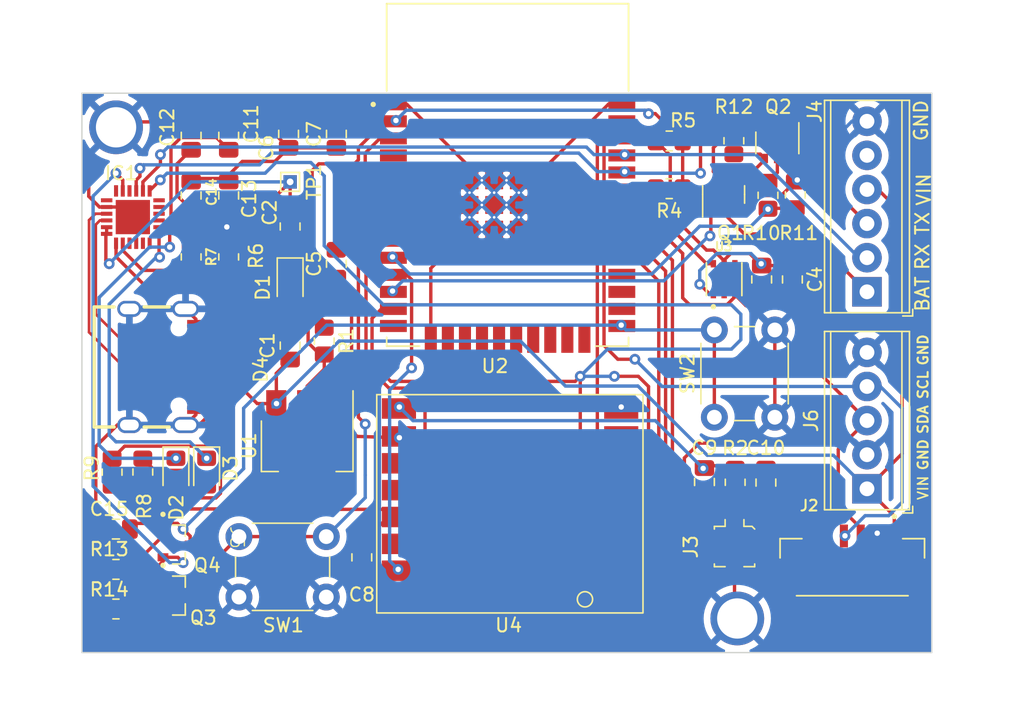
<source format=kicad_pcb>
(kicad_pcb (version 20221018) (generator pcbnew)
  (layers (0 "F.Cu" signal) (31 "B.Cu" signal) (34 "B.Paste" user) (35 "F.Paste" user) (36 "B.SilkS" user "B.Silkscreen") (37 "F.SilkS" user "F.Silkscreen") (38 "B.Mask" user) (39 "F.Mask" user) (44 "Edge.Cuts" user))
  (net 0 "")
  (net 1 "VIN")
  (net 2 "GND")
  (net 3 "+3V3")
  (net 4 "EN")
  (net 5 "Net-(J3-In)")
  (net 6 "RX")
  (net 7 "TX")
  (net 8 "SDA")
  (net 9 "SCL")
  (net 10 "Net-(D1-A)")
  (net 11 "unconnected-(J2-SHIELD-PadS1)")
  (net 12 "ANT")
  (net 13 "RST")
  (net 19 "DIO0")
  (net 20 "BAT")
  (net 21 "DIO1")
  (net 22 "READ_BAT")
  (net 23 "BOOT")
  (net 27 "CS")
  (net 28 "SCK")
  (net 29 "MISO")
  (net 31 "MOSI")
  (net 48 "Net-(Q1-D)")
  (net 50 "VBUS")
  (net 51 "TXLED")
  (net 52 "Net-(D2-A)")
  (net 53 "RXLED")
  (net 54 "Net-(D3-A)")
  (net 56 "D+")
  (net 57 "D-")
  (net 58 "Net-(IC1-VBUS)")
  (net 67 "DTR")
  (net 69 "Net-(Q3-Pad1)")
  (net 74 "Net-(Q2-D-Pad1)")
  (net 75 "VBAT")
  (net 76 "Net-(Q4-Pad1)")
  (footprint "Resistor_SMD:R_0805_2012Metric_Pad1.20x1.40mm_HandSolder" (layer "F.Cu") (at 178.054 73.612 90)
    (fp_text reference "R11")
    (fp_text value "100k" hide)
  )
  (footprint "Resistor_SMD:R_0805_2012Metric_Pad1.20x1.40mm_HandSolder" (layer "F.Cu") (at 168.672 69.596 180)
    (fp_text reference "R5")
    (fp_text value "4k7" hide)
  )
  (footprint "Package_SO:TSOP-6_1.65x3.05mm_P0.95mm" (layer "F.Cu") (at 176.718 69.74 -90)
    (fp_text reference "Q2")
    (fp_text value "PMN48XP" hide)
  )
  (footprint "ESP32-aqs:QFN50P400X400X80-25N" (layer "F.Cu") (at 128.758 75.266)
    (fp_text reference "IC1")
    (fp_text value "CP2102N-A02-GQFN24" hide)
  )
  (footprint "ESP32-aqs:XDCR_SGP41-D-R4" (layer "F.Cu") (at 172.758 79.89 90)
    (fp_text reference "U3")
    (fp_text value "SGP41-D-R4" hide)
  )
  (footprint "Capacitor_SMD:C_0805_2012Metric_Pad1.18x1.45mm_HandSolder" (layer "F.Cu") (at 145.796 100.6055 -90)
    (fp_text reference "C8")
    (fp_text value "100nF" hide)
  )
  (footprint "Resistor_SMD:R_0805_2012Metric_Pad1.20x1.40mm_HandSolder" (layer "F.Cu") (at 176.022 73.644 -90)
    (fp_text reference "R10")
    (fp_text value "100k" hide)
  )
  (footprint "LED_SMD:LED_0805_2012Metric_Pad1.15x1.40mm_HandSolder" (layer "F.Cu") (at 140.462 80.171 -90)
    (fp_text reference "D1")
    (fp_text value "LED" hide)
  )
  (footprint "Connector_Coaxial:U.FL_Molex_MCRF_73412-0110_Vertical" (layer "F.Cu") (at 173.531 99.797 180)
    (fp_text reference "J3")
    (fp_text value "ufl connector" hide)
  )
  (footprint "Capacitor_SMD:C_0805_2012Metric_Pad1.18x1.45mm_HandSolder" (layer "F.Cu") (at 143.9035 78.74 -90)
    (fp_text reference "C5")
    (fp_text value "0.1µF" hide)
  )
  (footprint "Capacitor_SMD:C_0805_2012Metric_Pad1.18x1.45mm_HandSolder" (layer "F.Cu") (at 177.838 79.9115 -90)
    (fp_text reference "C4")
    (fp_text value "1µF" hide)
  )
  (footprint "Button_Switch_THT:SW_PUSH_6mm" (layer "F.Cu") (at 143.152 103.56 180)
    (fp_text reference "SW1")
    (fp_text value "TC-1102-B-C-B" hide)
  )
  (footprint "Resistor_SMD:R_0805_2012Metric_Pad1.20x1.40mm_HandSolder" (layer "F.Cu") (at 129.5 94.25 90)
    (fp_text reference "R8")
    (fp_text value "1k" hide)
  )
  (footprint "ESP32-aqs:MODULE_ESP32-WROOM-32" (layer "F.Cu") (at 156.645 72.125)
    (fp_text reference "U2")
    (fp_text value "ESP32-WROOM-32" hide)
  )
  (footprint "Capacitor_SMD:C_0805_2012Metric_Pad1.18x1.45mm_HandSolder" (layer "F.Cu") (at 171.294 94.9925 90)
    (fp_text reference "C9")
    (fp_text value "1µF" hide)
  )
  (footprint "Capacitor_SMD:C_0805_2012Metric_Pad1.18x1.45mm_HandSolder" (layer "F.Cu") (at 143.9035 69.0665 -90)
    (fp_text reference "C7")
    (fp_text value "0.1µF" hide)
  )
  (footprint "ESP32-aqs:SX1276S8S+T-X1" (layer "F.Cu") (at 156.56 95.6)
    (fp_text reference "U4")
    (fp_text value "SX1276S8S+T-X1" hide)
  )
  (footprint "TestPoint:TestPoint_THTPad_1.0x1.0mm_Drill0.5mm" (layer "F.Cu") (at 140.462 72.644)
    (fp_text reference "TP1")
    (fp_text value "VDD" hide)
  )
  (footprint "MountingHole:MountingHole_2.2mm_M2_ISO7380_Pad" (layer "F.Cu") (at 173.736 105.156)
    (fp_text reference "H2" hide)
    (fp_text value "MountingHole_Pad" hide)
  )
  (footprint "Resistor_SMD:R_0805_2012Metric_Pad1.20x1.40mm_HandSolder" (layer "F.Cu") (at 127.214 94.259 90)
    (fp_text reference "R9")
    (fp_text value "1k" hide)
  )
  (footprint "ESP32-aqs:JST_BM06B-GHS-TBT_LF__SN__N_" (layer "F.Cu") (at 182.295 102.362)
    (fp_text reference "J2")
    (fp_text value "JST connector SEN55" hide)
  )
  (footprint "Capacitor_SMD:C_0805_2012Metric_Pad1.18x1.45mm_HandSolder" (layer "F.Cu") (at 127.5 98.5 180)
    (fp_text reference "C15")
    (fp_text value "0.1µF")
  )
  (footprint "TerminalBlock_Phoenix:TerminalBlock_Phoenix_MPT-0,5-5-2.54_1x05_P2.54mm_Horizontal" (layer "F.Cu") (at 183.388 95.5 90)
    (fp_text reference "J6")
    (fp_text value "test point / jst connector" hide)
  )
  (footprint "Capacitor_SMD:C_0805_2012Metric_Pad1.18x1.45mm_HandSolder" (layer "F.Cu") (at 175.552 79.9115 -90)
    (fp_text reference "C3" hide)
    (fp_text value "1µF" hide)
  )
  (footprint "Resistor_SMD:R_0805_2012Metric_Pad1.20x1.40mm_HandSolder" (layer "F.Cu") (at 173.58 95.014 -90)
    (fp_text reference "R2")
    (fp_text value "4k7" hide)
  )
  (footprint "ESP32-aqs:SOD-123FL" (layer "F.Cu") (at 136.5 86 -90)
    (fp_text reference "D4")
    (fp_text value "D_Schottky")
  )
  (footprint "TerminalBlock_Phoenix:TerminalBlock_Phoenix_MPT-0,5-6-2.54_1x06_P2.54mm_Horizontal" (layer "F.Cu") (at 183.388 80.83 90)
    (fp_text reference "J4")
    (fp_text value "UART Connector" hide)
  )
  (footprint "Capacitor_SMD:C_0805_2012Metric_Pad1.18x1.45mm_HandSolder" (layer "F.Cu") (at 133.096 73.66 90)
    (fp_text reference "C14")
    (fp_text value "0.1µF" hide)
  )
  (footprint "Capacitor_SMD:C_0805_2012Metric_Pad1.18x1.45mm_HandSolder" (layer "F.Cu") (at 140.462 84.836 90)
    (fp_text reference "C1")
    (fp_text value "100nF" hide)
  )
  (footprint "Resistor_SMD:R_0805_2012Metric_Pad1.20x1.40mm_HandSolder" (layer "F.Cu") (at 135.89 78.232 90)
    (fp_text reference "R7")
    (fp_text value "47k" hide)
  )
  (footprint "Capacitor_SMD:C_0805_2012Metric_Pad1.18x1.45mm_HandSolder" (layer "F.Cu") (at 140.3475 69.0665 -90)
    (fp_text reference "C6")
    (fp_text value "10µF" hide)
  )
  (footprint "Capacitor_SMD:C_0805_2012Metric_Pad1.18x1.45mm_HandSolder" (layer "F.Cu") (at 175.866 95.0355 90)
    (fp_text reference "C10")
    (fp_text value "1µF" hide)
  )
  (footprint "ESP32-aqs:USB-TYPE-C-018" (layer "F.Cu") (at 130.974 86.425 -90)
    (fp_text reference "J5")
    (fp_text value "~")
  )
  (footprint "Resistor_SMD:R_0805_2012Metric_Pad1.20x1.40mm_HandSolder" (layer "F.Cu") (at 127.5 104.45)
    (fp_text reference "R14")
    (fp_text value "10k")
  )
  (footprint "Capacitor_SMD:C_0805_2012Metric_Pad1.18x1.45mm_HandSolder" (layer "F.Cu") (at 140.462 75.9675 -90)
    (fp_text reference "C2")
    (fp_text value "10µF" hide)
  )
  (footprint "ESP32-aqs:TRANS_SS8050-G" (layer "F.Cu") (at 132.01 99.65)
    (fp_text reference "Q4")
    (fp_text value "SS8050-G")
  )
  (footprint "ESP32-aqs:TRANS_SS8050-G" (layer "F.Cu") (at 132.01 103.45)
    (fp_text reference "Q3")
    (fp_text value "SS8050-G")
  )
  (footprint "Resistor_SMD:R_0805_2012Metric_Pad1.20x1.40mm_HandSolder" (layer "F.Cu") (at 127.5 101.5)
    (fp_text reference "R13")
    (fp_text value "10k")
  )
  (footprint "Package_TO_SOT_SMD:SOT-23" (layer "F.Cu") (at 172.72 73.5815 90)
    (fp_text reference "Q1")
    (fp_text value "IRLML0030" hide)
  )
  (footprint "Capacitor_SMD:C_0805_2012Metric_Pad1.18x1.45mm_HandSolder" (layer "F.Cu") (at 133.096 69.215 90)
    (fp_text reference "C12")
    (fp_text value "0.1µF" hide)
  )
  (footprint "LED_SMD:LED_0805_2012Metric_Pad1.15x1.40mm_HandSolder" (layer "F.Cu") (at 131.964 94.25 -90)
    (fp_text reference "D2")
    (fp_text value "LED" hide)
  )
  (footprint "Capacitor_SMD:C_0805_2012Metric_Pad1.18x1.45mm_HandSolder" (layer "F.Cu") (at 135.89 73.66 90)
    (fp_text reference "C13")
    (fp_text value "10µF" hide)
  )
  (footprint "Resistor_SMD:R_0805_2012Metric_Pad1.20x1.40mm_HandSolder" (layer "F.Cu") (at 168.672 73.152 180)
    (fp_text reference "R4")
    (fp_text value "4k7" hide)
  )
  (footprint "Resistor_SMD:R_0805_2012Metric_Pad1.20x1.40mm_HandSolder" (layer "F.Cu") (at 173.482 69.58 90)
    (fp_text reference "R12")
    (fp_text value "1M" hide)
  )
  (footprint "MountingHole:MountingHole_2.2mm_M2_ISO7380_Pad" (layer "F.Cu") (at 127.508 68.58)
    (fp_text reference "H1" hide)
    (fp_text value "MountingHole_Pad" hide)
  )
  (footprint "Resistor_SMD:R_0805_2012Metric_Pad1.20x1.40mm_HandSolder" (layer "F.Cu") (at 133.096 78.232 -90)
    (fp_text reference "R6")
    (fp_text value "20k" hide)
  )
  (footprint "Package_TO_SOT_SMD:SOT-223-3_TabPin2" (layer "F.Cu") (at 141.732 92.304 -90)
    (fp_text reference "U1")
    (fp_text value "LD1117S33TR_SOT223" hide)
  )
  (footprint "Resistor_SMD:R_0805_2012Metric_Pad1.20x1.40mm_HandSolder" (layer "F.Cu") (at 143 84.5 -90)
    (fp_text reference "R1")
    (fp_text value "1k")
  )
  (footprint "LED_SMD:LED_0805_2012Metric_Pad1.15x1.40mm_HandSolder" (layer "F.Cu") (at 134.25 94.25 -90)
    (fp_text reference "D3")
    (fp_text value "LED" hide)
  )
  (footprint "Capacitor_SMD:C_0805_2012Metric_Pad1.18x1.45mm_HandSolder" (layer "F.Cu") (at 135.89 69.215 90)
    (fp_text reference "C11")
    (fp_text value "0.1µF" hide)
  )
  (footprint "Button_Switch_THT:SW_PUSH_6mm" (layer "F.Cu") (at 172.03 90.17 90)
    (fp_text reference "SW2")
    (fp_text value "TC-1102-B-C-B" hide)
  )
  (gr_rect (start 124.968 66.04) (end 188.214 107.696) (stroke (width 0.1)) (fill none) (layer "Edge.Cuts"))
  (gr_text "GND" (at 188 86.4 90) (layer "F.SilkS") (effects (font (size 0.75 0.75)) (justify left bottom)))
  (gr_text "RX" (at 188.1 79.3 90) (layer "F.SilkS") (effects (font (size 1 1)) (justify left bottom)))
  (gr_text "SDA" (at 188 91.5 90) (layer "F.SilkS") (effects (font (size 0.75 0.75)) (justify left bottom)))
  (gr_text "GND" (at 188 69.7 90) (layer "F.SilkS") (effects (font (size 1 1)) (justify left bottom)))
  (gr_text "SCL" (at 188 88.9 90) (layer "F.SilkS") (effects (font (size 0.75 0.75)) (justify left bottom)))
  (gr_text "GND" (at 188 94.2 90) (layer "F.SilkS") (effects (font (size 0.75 0.75)) (justify left bottom)))
  (gr_text "TX" (at 188.1 76.7 90) (layer "F.SilkS") (effects (font (size 1 1)) (justify left bottom)))
  (gr_text "VIN" (at 188 96.4 90) (layer "F.SilkS") (effects (font (size 0.75 0.75) (thickness 0.125)) (justify left bottom)))
  (gr_text "BAT" (at 188.1 82.4 90) (layer "F.SilkS") (effects (font (size 1 1)) (justify left bottom)))
  (gr_text "VIN\n" (at 188.2 74.5 90) (layer "F.SilkS") (effects (font (size 1 1)) (justify left bottom)))
  (segment (start 184.21 73.21) (end 183.388 73.21) (width 0.25) (layer "F.Cu") (net 1))
  (segment (start 183.388 95.5) (end 185.42 97.532) (width 0.25) (layer "F.Cu") (net 1))
  (segment (start 186 75) (end 184.21 73.21) (width 0.25) (layer "F.Cu") (net 1))
  (segment (start 136.5 87.6383) (end 138.0157 89.154) (width 0.25) (layer "F.Cu") (net 1))
  (segment (start 139.432 86.9035) (end 140.462 85.8735) (width 0.25) (layer "F.Cu") (net 1))
  (segment (start 183.388 95.5) (end 186 92.888) (width 0.25) (layer "F.Cu") (net 1))
  (segment (start 186 92.888) (end 186 75) (width 0.25) (layer "F.Cu") (net 1))
  (segment (start 139.432 89.154) (end 139.446 89.154) (width 0.25) (layer "F.Cu") (net 1))
  (segment (start 139.446 89.154) (end 139.432 86.9035) (width 0.25) (layer "F.Cu") (net 1))
  (segment (start 138.0157 89.154) (end 139.432 89.154) (width 0.25) (layer "F.Cu") (net 1))
  (segment (start 185.42 97.532) (end 185.42 99.012) (width 0.25) (layer "F.Cu") (net 1))
  (via (at 139.446 89.154) (size 0.8) (drill 0.4) (layers "F.Cu" "B.Cu") (net 1))
  (segment (start 166.347 87.847) (end 160.947 87.847) (width 0.25) (layer "B.Cu") (net 1))
  (segment (start 160.947 87.847) (end 157.6 84.5) (width 0.25) (layer "B.Cu") (net 1))
  (segment (start 157.6 84.5) (end 144.1 84.5) (width 0.25) (layer "B.Cu") (net 1))
  (segment (start 171.5 93) (end 166.347 87.847) (width 0.25) (layer "B.Cu") (net 1))
  (segment (start 183.388 95.5) (end 180.888 93) (width 0.25) (layer "B.Cu") (net 1))
  (segment (start 180.888 93) (end 171.5 93) (width 0.25) (layer "B.Cu") (net 1))
  (segment (start 139.192 89.408) (end 139.446 89.154) (width 0.25) (layer "B.Cu") (net 1))
  (segment (start 144.1 84.5) (end 139.446 89.154) (width 0.25) (layer "B.Cu") (net 1))
  (segment (start 175.006 99.797) (end 175.006 99.822) (width 0.25) (layer "F.Cu") (net 2))
  (segment (start 178.997 80.949) (end 183.388 85.34) (width 0.25) (layer "F.Cu") (net 2))
  (segment (start 172.056 99.797) (end 172.056 99.822) (width 0.25) (layer "F.Cu") (net 2))
  (segment (start 135.89 67.818) (end 137.16 66.548) (width 0.25) (layer "F.Cu") (net 2))
  (segment (start 128.008 74.516) (end 126.27338 74.516) (width 0.25) (layer "F.Cu") (net 2))
  (segment (start 137.24422 85.1439) (end 137.4346 84.95352) (width 0.25) (layer "F.Cu") (net 2))
  (segment (start 155.645 75.2825) (end 155.645 74.365) (width 0.25) (layer "F.Cu") (net 2))
  (segment (start 137.4346 84.9154) (end 138.5515 83.7985) (width 0.25) (layer "F.Cu") (net 2))
  (segment (start 143.9035 79.7775) (end 143.9035 80.4035) (width 0.25) (layer "F.Cu") (net 2))
  (segment (start 135.89 72.6225) (end 135.89 72.136) (width 0.25) (layer "F.Cu") (net 2))
  (segment (start 133.096 72.6225) (end 133.3285 72.39) (width 0.25) (layer "F.Cu") (net 2))
  (segment (start 136.906 71.12) (end 139.3315 71.12) (width 0.25) (layer "F.Cu") (net 2))
  (segment (start 173.558 78.74) (end 173.558 79.09) (width 0.25) (layer "F.Cu") (net 2))
  (segment (start 174.493 79.89) (end 175.552 80.949) (width 0.25) (layer "F.Cu") (net 2))
  (segment (start 176.53 90.17) (end 176.53 83.67) (width 0.25) (layer "F.Cu") (net 2))
  (segment (start 173.531 104.951) (end 173.736 105.156) (width 0.25) (layer "F.Cu") (net 2))
  (segment (start 175.006 96.933) (end 175.866 96.073) (width 0.25) (layer "F.Cu") (net 2))
  (segment (start 145.034 87.63) (end 144.032 88.632) (width 0.25) (layer "F.Cu") (net 2))
  (segment (start 133.448 82.868) (end 132.68 82.1) (width 0.25) (layer "F.Cu") (net 2))
  (segment (start 168.253 103.6) (end 172.056 99.797) (width 0.25) (layer "F.Cu") (net 2))
  (segment (start 174.529 73.66) (end 177.006 73.66) (width 0.25) (layer "F.Cu") (net 2))
  (segment (start 133.448 83.375) (end 133.448 82.868) (width 0.25) (layer "F.Cu") (net 2))
  (segment (start 173.558 79.09) (end 172.758 79.89) (width 0.25) (layer "F.Cu") (net 2))
  (segment (start 172.056 99.797) (end 172.056 96.792) (width 0.25) (layer "F.Cu") (net 2))
  (segment (start 157.48 75.2825) (end 157.48 76.2) (width 0.25) (layer "F.Cu") (net 2))
  (segment (start 147.828 66.548) (end 139.7 66.548) (width 0.25) (layer "F.Cu") (net 2))
  (segment (start 170.9 92.1) (end 174.6 92.1) (width 0.25) (layer "F.Cu") (net 2))
  (segment (start 148.59 91.694) (end 148.56 91.6) (width 0.25) (layer "F.Cu") (net 2))
  (segment (start 154.7275 74.365) (end 155.645 74.365) (width 0.25) (layer "F.Cu") (net 2))
  (segment (start 174.6 92.1) (end 176.53 90.17) (width 0.25) (layer "F.Cu") (net 2))
  (segment (start 175.006 99.797) (end 175.006 96.933) (width 0.25) (layer "F.Cu") (net 2))
  (segment (start 126.27338 74.516) (end 125.476 73.71862) (width 0.25) (layer "F.Cu") (net 2))
  (segment (start 165.1 103.6) (end 168.253 103.6) (width 0.25) (layer "F.Cu") (net 2))
  (segment (start 143.9035 79.7775) (end 141.0935 79.7775) (width 0.25) (layer "F.Cu") (net 2))
  (segment (start 156.5625 74.365) (end 155.645 74.365) (width 0.25) (layer "F.Cu") (net 2))
  (segment (start 154.7275 72.53) (end 155.645 72.53) (width 0.25) (layer "F.Cu") (net 2))
  (segment (start 143.152 103.56) (end 145.069 101.643) (width 0.25) (layer "F.Cu") (net 2))
  (segment (start 135.2 89.23) (end 135.2 87.15) (width 0.25) (layer "F.Cu") (net 2))
  (segment (start 139.3315 71.12) (end 140.3475 70.104) (width 0.25) (layer "F.Cu") (net 2))
  (segment (start 150.93 84.375) (end 150.93 79.08) (width 0.25) (layer "F.Cu") (net 2))
  (segment (start 164.145 66.865) (end 158.48 72.53) (width 0.25) (layer "F.Cu") (net 2))
  (segment (start 135.75 76) (end 135.75 76.25) (width 0.25) (layer "F.Cu") (net 2))
  (segment (start 153.81 75.2825) (end 153.81 74.365) (width 0.25) (layer "F.Cu") (net 2))
  (segment (start 137.2061 85.1439) (end 137.24422 85.1439) (width 0.25) (layer "F.Cu") (net 2))
  (segment (start 169.8 95.2) (end 169.8 93.2) (width 0.25) (layer "F.Cu") (net 2))
  (segment (start 156.5625 72.53) (end 157.48 72.53) (width 0.25) (layer "F.Cu") (net 2))
  (segment (start 180.42 99.012) (end 180.42 98.162) (width 0.25) (layer "F.Cu") (net 2))
  (segment (start 177.838 80.949) (end 178.997 80.949) (width 0.25) (layer "F.Cu") (net 2))
  (segment (start 153.81 73.4475) (end 153.81 72.53) (width 0.25) (layer "F.Cu") (net 2))
  (segment (start 128.5 90.75) (end 127.6 90.75) (width 0.25) (layer "F.Cu") (net 2))
  (segment (start 128.758 75.266) (end 128.008 74.516) (width 0.25) (layer "F.Cu") (net 2))
  (segment (start 127.9105 68.1775) (end 127.508 68.58) (width 0.25) (layer "F.Cu") (net 2))
  (segment (start 178.331 96.073) (end 175.866 96.073) (width 0.25) (layer "F.Cu") (net 2))
  (segment (start 127.6 90.75) (end 126 92.35) (width 0.25) (layer "F.Cu") (net 2))
  (segment (start 156.5625 76.2) (end 155.645 76.2) (width 0.25) (layer "F.Cu") (net 2))
  (segment (start 145.069 101.643) (end 145.796 101.643) (width 0.25) (layer "F.Cu") (net 2))
  (segment (start 143.9035 80.4035) (end 145.034 81.534) (width 0.25) (layer "F.Cu") (net 2))
  (segment (start 157.48 75.2825) (end 157.48 74.365) (width 0.25) (layer "F.Cu") (net 2))
  (segment (start 148.145 66.865) (end 149.145 66.865) (width 0.25) (layer "F.Cu") (net 2))
  (segment (start 165.145 66.865) (end 164.145 66.865) (width 0.25) (layer "F.Cu") (net 2))
  (segment (start 125.476 73.71862) (end 125.476 70.612) (width 0.25) (layer "F.Cu") (net 2))
  (segment (start 156.5625 76.2) (end 157.48 76.2) (width 0.25) (layer "F.Cu") (net 2))
  (segment (start 141.0935 79.7775) (end 140.462 79.146) (width 0.25) (layer "F.Cu") (net 2))
  (segment (start 144.032 88.632) (end 144.032 89.154) (width 0.25) (layer "F.Cu") (net 2))
  (segment (start 154.7275 76.2) (end 153.81 76.2) (width 0.25) (layer "F.Cu") (net 2))
  (segment (start 133.448 89.982) (end 132.68 90.75) (width 0.25) (layer "F.Cu") (net 2))
  (segment (start 140.462 77.005) (end 140.462 79.146) (width 0.25) (layer "F.Cu") (net 2))
  (segment (start 132.68 90.75) (end 133.68 90.75) (width 0.25) (layer "F.Cu") (net 2))
  (segment (start 172.056 99.822) (end 173.531 101.297) (width 0.25) (layer "F.Cu") (net 2))
  (segment (start 133.3285 72.39) (end 135.6575 72.39) (width 0.25) (layer "F.Cu") (net 2))
  (segment (start 172.758 81.04) (end 172.758 79.89) (width 0.25) (layer "F.Cu") (net 2))
  (segment (start 155.645 73.4475) (end 155.645 72.53) (width 0.25) (layer "F.Cu") (net 2))
  (segment (start 175.552 80.949) (end 177.838 80.949) (width 0.25) (layer "F.Cu") (net 2))
  (segment (start 135.2 87.15) (end 137.2061 85.1439) (width 0.25) (layer "F.Cu") (net 2))
  (segment (start 138.5515 83.7985) (end 140.462 83.7985) (width 0.25) (layer "F.Cu") (net 2))
  (segment (start 175.006 99.822) (end 173.531 101.297) (width 0.25) (layer "F.Cu") (net 2))
  (segment (start 145.034 81.534) (end 145.034 87.63) (width 0.25) (layer "F.Cu") (net 2))
  (segment (start 135.89 68.1775) (end 138.421 68.1775) (width 0.25) (layer "F.Cu") (net 2))
  (segment (start 137.16 66.548) (end 139.7 66.548) (width 0.25) (layer "F.Cu") (net 2))
  (segment (start 149.145 66.865) (end 153.81 71.53) (width 0.25) (layer "F.Cu") (net 2))
  (segment (start 137.4346 84.95352) (end 137.4346 84.9154) (width 0.25) (layer "F.Cu") (net 2))
  (segment (start 135.89 68.1775) (end 135.89 67.818) (width 0.25) (layer "F.Cu") (net 2))
  (segment (start 133.096 68.1775) (end 127.9105 68.1775) (width 0.25) (layer "F.Cu") (net 2))
  (segment (start 144.032 90.184) (end 145.448 91.6) (width 0.25) (layer "F.Cu") (net 2))
  (segment (start 135.6575 72.39) (end 135.89 72.6225) (width 0.25) (layer "F.Cu") (net 2))
  (segment (start 170.63 96.03) (end 169.8 95.2) (width 0.25) (layer "F.Cu") (net 2))
  (segment (start 173.67 74.519) (end 174.529 73.66) (width 0.25) (layer "F.Cu") (net 2))
  (segment (start 173.531 101.297) (end 173.531 104.951) (width 0.25) (layer "F.Cu") (net 2))
  (segment (start 126 92.35) (end 126 98.0375) (width 0.25) (layer "F.Cu") (net 2))
  (segment (start 135.89 76.39) (end 135.89 77.232) (width 0.25) (layer "F.Cu") (net 2))
  (segment (start 171.294 96.03) (end 170.63 96.03) (width 0.25) (layer "F.Cu") (net 2))
  (segment (start 153.81 71.53) (end 153.81 72.53) (width 0.25) (layer "F.Cu") (net 2))
  (segment (start 153.81 73.4475) (end 153.81 74.365) (width 0.25) (layer "F.Cu") (net 2))
  (segment (start 172.056 96.792) (end 171.294 96.03) (width 0.25) (layer "F.Cu") (net 2))
  (segment (start 157.48 73.4475) (end 157.48 72.53) (width 0.25) (layer "F.Cu") (net 2))
  (segment (start 125.476 70.612) (end 127.508 68.58) (width 0.25) (layer "F.Cu") (net 2))
  (segment (start 155.645 75.2825) (end 155.645 76.2) (width 0.25) (layer "F.Cu") (net 2))
  (segment (start 169.8 93.2) (end 170.9 92.1) (width 0.25) (layer "F.Cu") (net 2))
  (segment (start 153.81 75.2825) (end 153.81 76.2) (width 0.25) (layer "F.Cu") (net 2))
  (segment (start 154.7275 74.365) (end 153.81 74.365) (width 0.25) (layer "F.Cu") (net 2))
  (segment (start 133.68 90.75) (end 135.2 89.23) (width 0.25) (layer "F.Cu") (net 2))
  (segment (start 148.145 66.865) (end 147.828 66.548) (width 0.25) (layer "F.Cu") (net 2))
  (segment (start 135.89 72.136) (end 136.906 71.12) (width 0.25) (layer "F.Cu") (net 2))
  (segment (start 135.75 76.25) (end 135.89 76.39) (width 0.25) (layer "F.Cu") (net 2))
  (segment (start 172.758 79.89) (end 174.493 79.89) (width 0.25) (layer "F.Cu") (net 2))
  (segment (start 155.645 73.4475) (end 155.645 74.365) (width 0.25) (layer "F.Cu") (net 2))
  (segment (start 150.93 79.08) (end 153.81 76.2) (width 0.25) (layer "F.Cu") (net 2))
  (segment (start 156.5625 72.53) (end 155.645 72.53) (width 0.25) (layer "F.Cu") (net 2))
  (segment (start 154.7275 76.2) (end 155.645 76.2) (width 0.25) (layer "F.Cu") (net 2))
  (segment (start 178.2 72.5) (end 178.054 72.612) (width 0.25) (layer "F.Cu") (net 2))
  (segment (start 133.096 68.1775) (end 135.89 68.1775) (width 0.25) (layer "F.Cu") (net 2))
  (segment (start 144.032 89.154) (end 144.032 90.184) (width 0.25) (layer "F.Cu") (net 2))
  (segment (start 154.7275 72.53) (end 153.81 72.53) (width 0.25) (layer "F.Cu") (net 2))
  (segment (start 145.448 91.6) (end 148.59 91.694) (width 0.25) (layer "F.Cu") (net 2))
  (segment (start 180.42 98.162) (end 178.331 96.073) (width 0.25) (layer "F.Cu") (net 2))
  (segment (start 177.006 73.66) (end 178.2 72.5) (width 0.25) (layer "F.Cu") (net 2))
  (segment (start 140.3475 70.104) (end 143.9035 70.104) (width 0.25) (layer "F.Cu") (net 2))
  (segment (start 156.5625 74.365) (end 157.48 74.365) (width 0.25) (layer "F.Cu") (net 2))
  (segment (start 138.421 68.1775) (end 140.3475 70.104) (width 0.25) (layer "F.Cu") (net 2))
  (segment (start 133.448 89.775) (end 133.448 89.982) (width 0.25) (layer "F.Cu") (net 2))
  (segment (start 157.48 73.4475) (end 157.48 74.365) (width 0.25) (layer "F.Cu") (net 2))
  (segment (start 126 98.0375) (end 126.4625 98.5) (width 0.25) (layer "F.Cu") (net 2))
  (segment (start 158.48 72.53) (end 157.48 72.53) (width 0.25) (layer "F.Cu") (net 2))
  (via (at 178.2 72.5) (size 0.8) (drill 0.4) (layers "F.Cu" "B.Cu") (net 2))
  (via (at 165.1 89.408) (size 0.8) (drill 0.4) (layers "F.Cu" "B.Cu") (net 2))
  (via (at 135.75 76) (size 0.8) (drill 0.4) (layers "F.Cu" "B.Cu") (net 2))
  (via (at 148.59 91.694) (size 0.8) (drill 0.4) (layers "F.Cu" "B.Cu") (net 2))
  (via (at 184.15 98.806) (size 0.8) (drill 0.4) (layers "F.Cu" "B.Cu") (net 2))
  (segment (start 182.27 68.13) (end 183.388 68.13) (width 0.25) (layer "B.Cu") (net 2))
  (segment (start 178.2 72.2) (end 182.27 68.13) (width 0.25) (layer "B.Cu") (net 2))
  (segment (start 178.2 72.5) (end 178.2 72.2) (width 0.25) (layer "B.Cu") (net 2))
  (segment (start 141.05 82.55) (end 141.8 83.3) (width 0.25) (layer "F.Cu") (net 3))
  (segment (start 169.672 69.596) (end 169.672 73.152) (width 0.25) (layer "F.Cu") (net 3))
  (segment (start 172.758 78.465) (end 173.245 77.978) (width 0.25) (layer "F.Cu") (net 3))
  (segment (start 148.208 68.135) (end 144.0095 68.135) (width 0.25) (layer "F.Cu") (net 3))
  (segment (start 139.192 76.2) (end 139.192 81.778087) (width 0.25) (layer "F.Cu") (net 3))
  (segment (start 132.046 71.3025) (end 132.046 73.6475) (width 0.25) (layer "F.Cu") (net 3))
  (segment (start 139.192 81.778087) (end 139.963913 82.55) (width 0.25) (layer "F.Cu") (net 3))
  (segment (start 135.301826 73.66) (end 139.446 73.66) (width 0.25) (layer "F.Cu") (net 3))
  (segment (start 167.132 67.564) (end 167.64 67.564) (width 0.25) (layer "F.Cu") (net 3))
  (segment (start 133.096 70.2525) (end 132.046 71.3025) (width 0.25) (layer "F.Cu") (net 3))
  (segment (start 169.672 75.946) (end 171.45 77.724) (width 0.25) (layer "F.Cu") (net 3))
  (segment (start 141.732 95.454) (end 143.306 97.028) (width 0.25) (layer "F.Cu") (net 3))
  (segment (start 145.542 70.09838) (end 145.542 71) (width 0.25) (layer "F.Cu") (net 3))
  (segment (start 172.758 78.74) (end 172.758 78.465) (width 0.25) (layer "F.Cu") (net 3))
  (segment (start 171.45 77.724) (end 171.958 77.724) (width 0.25) (layer "F.Cu") (net 3))
  (segment (start 134.84 74.121826) (end 135.301826 73.66) (width 0.25) (layer "F.Cu") (net 3))
  (segment (start 144.0095 68.135) (end 143.9035 68.029) (width 0.25) (layer "F.Cu") (net 3))
  (segment (start 134.3445 74.6975) (end 134.84 74.202) (width 0.25) (layer "F.Cu") (net 3))
  (segment (start 142.6 71.3) (end 142.1 71.8) (width 0.25) (layer "F.Cu") (net 3))
  (segment (start 145.242 71.3) (end 142.6 71.3) (width 0.25) (layer "F.Cu") (net 3))
  (segment (start 142.1 71.8) (end 142.1 73.292) (width 0.25) (layer "F.Cu") (net 3))
  (segment (start 127.223 95.25) (end 127.214 95.259) (width 0.25) (layer "F.Cu") (net 3))
  (segment (start 170.942 80.264) (end 171.718 81.04) (width 0.25) (layer "F.Cu") (net 3))
  (segment (start 143.306 97.028) (end 147.988 97.028) (width 0.25) (layer "F.Cu") (net 3))
  (segment (start 139.963913 82.55) (end 141.05 82.55) (width 0.25) (layer "F.Cu") (net 3))
  (segment (start 141.732 89.154) (end 141.732 95.454) (width 0.25) (layer "F.Cu") (net 3))
  (segment (start 148.145 68.135) (end 148.082 68.135) (width 0.25) (layer "F.Cu") (net 3))
  (segment (start 148.082 68.135) (end 148.336 68.072) (width 0.25) (layer "F.Cu") (net 3))
  (segment (start 140.3475 68.029) (end 143.9035 68.029) (width 0.25) (layer "F.Cu") (net 3))
  (segment (start 174.656 77.978) (end 175.552 78.874) (width 0.25) (layer "F.Cu") (net 3))
  (segment (start 140.462 74.93) (end 139.192 76.2) (width 0.25) (layer "F.Cu") (net 3))
  (segment (start 145.796 99.568) (end 147.764 97.6) (width 0.25) (layer "F.Cu") (net 3))
  (segment (start 140.462 74.93) (end 140.462 72.644) (width 0.25) (layer "F.Cu") (net 3))
  (segment (start 177.838 78.874) (end 175.552 78.874) (width 0.25) (layer "F.Cu") (net 3))
  (segment (start 129.5 95.25) (end 131.25 97) (width 0.25) (layer "F.Cu") (net 3))
  (segment (start 141.8 84.618) (end 143.002 85.82) (width 0.25) (layer "F.Cu") (net 3))
  (segment (start 133.096 74.6975) (end 134.3445 74.6975) (width 0.25) (layer "F.Cu") (net 3))
  (segment (start 126.75 78.49) (end 126.75 76.574) (width 0.25) (layer "F.Cu") (net 3))
  (segment (start 148.336 68.072) (end 148.208 68.135) (width 0.25) (layer "F.Cu") (net 3))
  (segment (start 139.446 73.66) (end 140.462 72.644) (width 0.25) (layer "F.Cu") (net 3))
  (segment (start 131.25 97) (end 140.186 97) (width 0.25) (layer "F.Cu") (net 3))
  (segment (start 143.002 86.582) (end 141.732 87.852) (width 0.25) (layer "F.Cu") (net 3))
  (segment (start 147.988 97.028) (end 148.56 97.6) (width 0.25) (layer "F.Cu") (net 3))
  (segment (start 171.718 81.04) (end 171.958 81.04) (width 0.25) (layer "F.Cu") (net 3))
  (segment (start 129.5 95.25) (end 127.223 95.25) (width 0.25) (layer "F.Cu") (net 3))
  (segment (start 147.764 97.6) (end 148.56 97.6) (width 0.25) (layer "F.Cu") (net 3))
  (segment (start 145.542 71) (end 145.242 71.3) (width 0.25) (layer "F.Cu") (net 3))
  (segment (start 140.186 97) (end 141.732 95.454) (width 0.25) (layer "F.Cu") (net 3))
  (segment (start 142.1 73.292) (end 140.462 74.93) (width 0.25) (layer "F.Cu") (net 3))
  (segment (start 167.64 67.564) (end 169.672 69.596) (width 0.25) (layer "F.Cu") (net 3))
  (segment (start 127 78.74) (end 126.75 78.49) (width 0.25) (layer "F.Cu") (net 3))
  (segment (start 126.75 76.574) (end 126.808 76.516) (width 0.25) (layer "F.Cu") (net 3))
  (segment (start 143.002 85.82) (end 143.002 86.582) (width 0.25) (layer "F.Cu") (net 3))
  (segment (start 132.046 73.6475) (end 133.096 74.6975) (width 0.25) (layer "F.Cu") (net 3))
  (segment (start 148.145 68.135) (end 147.50538 68.135) (width 0.25) (layer "F.Cu") (net 3))
  (segment (start 141.8 83.3) (end 141.8 84.618) (width 0.25) (layer "F.Cu") (net 3))
  (segment (start 134.84 74.202) (end 134.84 74.121826) (width 0.25) (layer "F.Cu") (net 3))
  (segment (start 147.50538 68.135) (end 145.542 70.09838) (width 0.25) (layer "F.Cu") (net 3))
  (segment (start 171.958 77.724) (end 172.758 78.524) (width 0.25) (layer "F.Cu") (net 3))
  (segment (start 169.672 73.152) (end 169.672 75.946) (width 0.25) (layer "F.Cu") (net 3))
  (segment (start 141.732 87.852) (end 141.732 89.154) (width 0.25) (layer "F.Cu") (net 3))
  (segment (start 172.758 78.524) (end 172.758 78.74) (width 0.25) (layer "F.Cu") (net 3))
  (segment (start 173.245 77.978) (end 174.656 77.978) (width 0.25) (layer "F.Cu") (net 3))
  (segment (start 126.808 76.516) (end 126.808 76.016) (width 0.25) (layer "F.Cu") (net 3))
  (via (at 175.514 78.74) (size 0.8) (drill 0.4) (layers "F.Cu" "B.Cu") (net 3))
  (via (at 148.336 68.072) (size 0.8) (drill 0.4) (layers "F.Cu" "B.Cu") (net 3))
  (via (at 127 78.74) (size 0.8) (drill 0.4) (layers "F.Cu" "B.Cu") (net 3))
  (via (at 170.942 80.264) (size 0.8) (drill 0.4) (layers "F.Cu" "B.Cu") (net 3))
  (via (at 167.132 67.564) (size 0.8) (drill 0.4) (layers "F.Cu" "B.Cu") (net 3))
  (segment (start 149.098 67.31) (end 148.336 68.072) (width 0.25) (layer "B.Cu") (net 3))
  (segment (start 127 78.74) (end 133.096 72.644) (width 0.25) (layer "B.Cu") (net 3))
  (segment (start 166.878 67.31) (end 149.098 67.31) (width 0.25) (layer "B.Cu") (net 3))
  (segment (start 172.212 77.978) (end 174.752 77.978) (width 0.25) (layer "B.Cu") (net 3))
  (segment (start 133.096 72.644) (end 140.462 72.644) (width 0.25) (layer "B.Cu") (net 3))
  (segment (start 170.942 79.248) (end 172.212 77.978) (width 0.25) (layer "B.Cu") (net 3))
  (segment (start 170.942 80.264) (end 170.942 79.248) (width 0.25) (layer "B.Cu") (net 3))
  (segment (start 167.132 67.564) (end 166.878 67.31) (width 0.25) (layer "B.Cu") (net 3))
  (segment (start 174.752 77.978) (end 175.514 78.74) (width 0.25) (layer "B.Cu") (net 3))
  (segment (start 133.02 102.692) (end 136.652 99.06) (width 0.25) (layer "F.Cu") (net 4))
  (segment (start 146.05 90.678) (end 145.542 90.17) (width 0.25) (layer "F.Cu") (net 4))
  (segment (start 146.05 75.45) (end 143.9035 77.5965) (width 0.25) (layer "F.Cu") (net 4))
  (segment (start 147.145 69.405) (end 146.05 70.5) (width 0.25) (layer "F.Cu") (net 4))
  (segment (start 144.7585 77.7025) (end 143.9035 77.7025) (width 0.25) (layer "F.Cu") (net 4))
  (segment (start 145.542 90.17) (end 145.542 78.486) (width 0.25) (layer "F.Cu") (net 4))
  (segment (start 145.542 78.486) (end 144.7585 77.7025) (width 0.25) (layer "F.Cu") (net 4))
  (segment (start 146.05 70.5) (end 146.05 75.45) (width 0.25) (layer "F.Cu") (net 4))
  (segment (start 148.145 69.405) (end 147.145 69.405) (width 0.25) (layer "F.Cu") (net 4))
  (segment (start 133.02 103.45) (end 133.02 102.692) (width 0.25) (layer "F.Cu") (net 4))
  (segment (start 143.9035 77.5965) (end 143.9035 77.7025) (width 0.25) (layer "F.Cu") (net 4))
  (segment (start 136.652 99.06) (end 143.152 99.06) (width 0.25) (layer "F.Cu") (net 4))
  (via (at 146.05 90.678) (size 0.8) (drill 0.4) (layers "F.Cu" "B.Cu") (net 4))
  (segment (start 143.152 99.06) (end 146.05 96.162) (width 0.25) (layer "B.Cu") (net 4))
  (segment (start 146.05 96.162) (end 146.05 94.488) (width 0.25) (layer "B.Cu") (net 4))
  (segment (start 146.05 90.678) (end 146.05 94.488) (width 0.25) (layer "B.Cu") (net 4))
  (segment (start 173.85 96.014) (end 173.58 96.014) (width 0.25) (layer "F.Cu") (net 5))
  (segment (start 173.531 98.297) (end 173.531 96.063) (width 0.25) (layer "F.Cu") (net 5))
  (segment (start 173.531 96.063) (end 173.58 96.014) (width 0.25) (layer "F.Cu") (net 5))
  (segment (start 175.866 93.998) (end 173.85 96.014) (width 0.25) (layer "F.Cu") (net 5))
  (segment (start 130.81 71.342396) (end 129.508 72.644396) (width 0.25) (layer "F.Cu") (net 6))
  (segment (start 129.508 72.644396) (end 129.508 73.316) (width 0.25) (layer "F.Cu") (net 6))
  (segment (start 130.81 70.612) (end 130.81 71.342396) (width 0.25) (layer "F.Cu") (net 6))
  (via (at 165.354 70.612) (size 0.8) (drill 0.4) (layers "F.Cu" "B.Cu") (net 6))
  (via (at 130.81 70.612) (size 0.8) (drill 0.4) (layers "F.Cu" "B.Cu") (net 6))
  (segment (start 182.79 78.29) (end 175.112 70.612) (width 0.25) (layer "B.Cu") (net 6))
  (segment (start 162.506 70.05) (end 163.068 70.612) (width 0.25) (layer "B.Cu") (net 6))
  (segment (start 131.372 70.05) (end 162.506 70.05) (width 0.25) (layer "B.Cu") (net 6))
  (segment (start 183.388 78.29) (end 182.79 78.29) (width 0.25) (layer "B.Cu") (net 6))
  (segment (start 163.068 70.612) (end 165.354 70.612) (width 0.25) (layer "B.Cu") (net 6))
  (segment (start 130.81 70.612) (end 131.372 70.05) (width 0.25) (layer "B.Cu") (net 6))
  (segment (start 175.112 70.612) (end 165.354 70.612) (width 0.25) (layer "B.Cu") (net 6))
  (segment (start 171 68.974413) (end 171 72) (width 0.25) (layer "F.Cu") (net 7))
  (segment (start 179 68.5) (end 178 67.5) (width 0.25) (layer "F.Cu") (net 7))
  (segment (start 178 67.5) (end 172.474413 67.5) (width 0.25) (layer "F.Cu") (net 7))
  (segment (start 179 71.362) (end 179 68.5) (width 0.25) (layer "F.Cu") (net 7))
  (segment (start 183.388 75.75) (end 179 71.362) (width 0.25) (layer "F.Cu") (net 7))
  (segment (start 129.286 71.628) (end 129.286 72.23) (width 0.25) (layer "F.Cu") (net 7))
  (segment (start 129.286 72.23) (end 129.008 72.508) (width 0.25) (layer "F.Cu") (net 7))
  (segment (start 172.474413 67.5) (end 171 68.974413) (width 0.25) (layer "F.Cu") (net 7))
  (segment (start 129.008 72.508) (end 129.008 73.316) (width 0.25) (layer "F.Cu") (net 7))
  (via (at 171 72) (size 0.8) (drill 0.4) (layers "F.Cu" "B.Cu") (net 7))
  (via (at 129.286 71.628) (size 0.8) (drill 0.4) (layers "F.Cu" "B.Cu") (net 7))
  (via (at 165.354 71.882) (size 0.8) (drill 0.4) (layers "F.Cu" "B.Cu") (net 7))
  (segment (start 138.176 71.374) (end 139.05 70.5) (width 0.25) (layer "B.Cu") (net 7))
  (segment (start 139.05 70.5) (end 161.94 70.5) (width 0.25) (layer "B.Cu") (net 7))
  (segment (start 129.286 71.628) (end 129.54 71.374) (width 0.25) (layer "B.Cu") (net 7))
  (segment (start 171 72) (end 165.472 72) (width 0.25) (layer "B.Cu") (net 7))
  (segment (start 165.472 72) (end 165.354 71.882) (width 0.25) (layer "B.Cu") (net 7))
  (segment (start 161.94 70.5) (end 163.322 71.882) (width 0.25) (layer "B.Cu") (net 7))
  (segment (start 163.322 71.882) (end 165.354 71.882) (width 0.25) (layer "B.Cu") (net 7))
  (segment (start 129.54 71.374) (end 138.176 71.374) (width 0.25) (layer "B.Cu") (net 7))
  (segment (start 173.558 81.04) (end 173.558 81.204) (width 0.25) (layer "F.Cu") (net 8))
  (segment (start 172.974 81.788) (end 170.18 81.788) (width 0.25) (layer "F.Cu") (net 8))
  (segment (start 183.388 90.42) (end 178.5 85.532) (width 0.25) (layer "F.Cu") (net 8))
  (segment (start 178.5 85.532) (end 178.5 82.5) (width 0.25) (layer "F.Cu") (net 8))
  (segment (start 174.3795 81.8615) (end 173.558 81.04) (width 0.25) (layer "F.Cu") (net 8))
  (segment (start 165.208 73.152) (end 165.145 73.215) (width 0.25) (layer "F.Cu") (net 8))
  (segment (start 181.25 92.558) (end 183.388 90.42) (width 0.25) (layer "F.Cu") (net 8))
  (segment (start 167.672 73.152) (end 165.208 73.152) (width 0.25) (layer "F.Cu") (net 8))
  (segment (start 169.672 81.28) (end 169.672 77.978) (width 0.25) (layer "F.Cu") (net 8))
  (segment (start 167.672 75.978) (end 167.672 73.152) (width 0.25) (layer "F.Cu") (net 8))
  (segment (start 182.92 98.42) (end 181.25 96.75) (width 0.25) (layer "F.Cu") (net 8))
  (segment (start 177.8615 81.8615) (end 174.3795 81.8615) (width 0.25) (layer "F.Cu") (net 8))
  (segment (start 181.25 96.75) (end 181.25 92.558) (width 0.25) (layer "F.Cu") (net 8))
  (segment (start 173.558 81.204) (end 172.974 81.788) (width 0.25) (layer "F.Cu") (net 8))
  (segment (start 169.672 77.978) (end 167.672 75.978) (width 0.25) (layer "F.Cu") (net 8))
  (segment (start 182.92 99.012) (end 182.92 98.42) (width 0.25) (layer "F.Cu") (net 8))
  (segment (start 178.5 82.5) (end 177.8615 81.8615) (width 0.25) (layer "F.Cu") (net 8))
  (segment (start 170.18 81.788) (end 169.672 81.28) (width 0.25) (layer "F.Cu") (net 8))
  (segment (start 171.45 78.74) (end 171.958 78.74) (width 0.25) (layer "F.Cu") (net 9))
  (segment (start 163.82 84.826) (end 164.846 85.852) (width 0.25) (layer "F.Cu") (net 9))
  (segment (start 167.672 69.596) (end 168.747 70.671) (width 0.25) (layer "F.Cu") (net 9))
  (segment (start 164.145 69.405) (end 163.82 69.73) (width 0.25) (layer "F.Cu") (net 9))
  (segment (start 168.747 70.671) (end 168.747 76.037) (width 0.25) (layer "F.Cu") (net 9))
  (segment (start 165.145 69.405) (end 164.145 69.405) (width 0.25) (layer "F.Cu") (net 9))
  (segment (start 168.747 76.037) (end 171.45 78.74) (width 0.25) (layer "F.Cu") (net 9))
  (segment (start 167.481 69.405) (end 167.672 69.596) (width 0.25) (layer "F.Cu") (net 9))
  (segment (start 165.202 69.462) (end 165.145 69.405) (width 0.25) (layer "F.Cu") (net 9))
  (segment (start 163.82 69.73) (end 163.82 84.826) (width 0.25) (layer "F.Cu") (net 9))
  (segment (start 164.846 85.852) (end 166.116 85.852) (width 0.25) (layer "F.Cu") (net 9))
  (segment (start 165.145 69.405) (end 167.481 69.405) (width 0.25) (layer "F.Cu") (net 9))
  (via (at 181.75 99) (size 0.8) (drill 0.4) (layers "F.Cu" "B.Cu") (net 9))
  (via (at 166.116 85.852) (size 0.8) (drill 0.4) (layers "F.Cu" "B.Cu") (net 9))
  (segment (start 186 96.5) (end 186 89.5) (width 0.25) (layer "B.Cu") (net 9))
  (segment (start 184.38 87.88) (end 183.388 87.88) (width 0.25) (layer "B.Cu") (net 9))
  (segment (start 185 97.5) (end 186 96.5) (width 0.25) (layer "B.Cu") (net 9))
  (segment (start 183.25 97.5) (end 185 97.5) (width 0.25) (layer "B.Cu") (net 9))
  (segment (start 181.75 99) (end 183.25 97.5) (width 0.25) (layer "B.Cu") (net 9))
  (segment (start 186 89.5) (end 184.38 87.88) (width 0.25) (layer "B.Cu") (net 9))
  (segment (start 183.388 87.88) (end 168.144 87.88) (width 0.25) (layer "B.Cu") (net 9))
  (segment (start 168.144 87.88) (end 166.116 85.852) (width 0.25) (layer "B.Cu") (net 9))
  (segment (start 140.462 81.196) (end 141.162 81.196) (width 0.25) (layer "F.Cu") (net 10))
  (segment (start 141.162 81.196) (end 143.002 83.036) (width 0.25) (layer "F.Cu") (net 10))
  (segment (start 143.002 83.036) (end 143.002 83.82) (width 0.25) (layer "F.Cu") (net 10))
  (segment (start 177.32 102.362) (end 187.27 102.362) (width 0.25) (layer "F.Cu") (net 11))
  (segment (start 171.353 93.7815) (end 171.294 93.7225) (width 0.25) (layer "F.Cu") (net 12))
  (segment (start 171.294 93.7225) (end 171.196 93.98) (width 0.25) (layer "F.Cu") (net 12))
  (segment (start 173.58 93.7815) (end 171.353 93.7815) (width 0.25) (layer "F.Cu") (net 12))
  (segment (start 171.196 93.98) (end 171.294 93.7655) (width 0.25) (layer "F.Cu") (net 12))
  (via (at 148.59 89.408) (size 0.8) (drill 0.4) (layers "F.Cu" "B.Cu") (net 12))
  (via (at 171.196 93.98) (size 0.8) (drill 0.4) (layers "F.Cu" "B.Cu") (net 12))
  (segment (start 167.64 90.424) (end 149.606 90.424) (width 0.25) (layer "B.Cu") (net 12))
  (segment (start 171.196 93.98) (end 167.64 90.424) (width 0.25) (layer "B.Cu") (net 12))
  (segment (start 149.606 90.424) (end 148.59 89.408) (width 0.25) (layer "B.Cu") (net 12))
  (segment (start 131 104.4) (end 132.6 106) (width 0.25) (layer "F.Cu") (net 13))
  (segment (start 148.145 82.105) (end 147.257 82.105) (width 0.25) (layer "F.Cu") (net 13))
  (segment (start 150 106) (end 162.052 93.948) (width 0.25) (layer "F.Cu") (net 13))
  (segment (start 167.132 87.884) (end 166.37 87.122) (width 0.25) (layer "F.Cu") (net 13))
  (segment (start 162.052 93.948) (end 162.052 87.122) (width 0.25) (layer "F.Cu") (net 13))
  (segment (start 130.008 73.292) (end 130.8 72.5) (width 0.25) (layer "F.Cu") (net 13))
  (segment (start 147.257 82.105) (end 146.558 82.804) (width 0.25) (layer "F.Cu") (net 13))
  (segment (start 130.008 73.316) (end 130.008 73.292) (width 0.25) (layer "F.Cu") (net 13))
  (segment (start 165.988 93.6) (end 167.132 92.456) (width 0.25) (layer "F.Cu") (net 13))
  (segment (start 125.911826 105.475) (end 129.925 105.475) (width 0.25) (layer "F.Cu") (net 13))
  (segment (start 125.575 102.425) (end 125.575 105.138174) (width 0.25) (layer "F.Cu") (net 13))
  (segment (start 147.952 87.5) (end 161.674 87.5) (width 0.25) (layer "F.Cu") (net 13))
  (segment (start 166.37 87.122) (end 164.592 87.122) (width 0.25) (layer "F.Cu") (net 13))
  (segment (start 126.5 101.5) (end 125.575 102.425) (width 0.25) (layer "F.Cu") (net 13))
  (segment (start 146.558 86.106) (end 147.952 87.5) (width 0.25) (layer "F.Cu") (net 13))
  (segment (start 129.925 105.475) (end 131 104.4) (width 0.25) (layer "F.Cu") (net 13))
  (segment (start 132.6 106) (end 150 106) (width 0.25) (layer "F.Cu") (net 13))
  (segment (start 161.674 87.5) (end 162.052 87.122) (width 0.25) (layer "F.Cu") (net 13))
  (segment (start 167.132 92.456) (end 167.132 87.884) (width 0.25) (layer "F.Cu") (net 13))
  (segment (start 125.575 105.138174) (end 125.911826 105.475) (width 0.25) (layer "F.Cu") (net 13))
  (segment (start 165.1 93.6) (end 165.988 93.6) (width 0.25) (layer "F.Cu") (net 13))
  (segment (start 146.558 82.804) (end 146.558 86.106) (width 0.25) (layer "F.Cu") (net 13))
  (via (at 162.052 87.122) (size 0.8) (drill 0.4) (layers "F.Cu" "B.Cu") (net 13))
  (via (at 130.8 72.5) (size 0.8) (drill 0.4) (layers "F.Cu" "B.Cu") (net 13))
  (via (at 164.592 87.122) (size 0.8) (drill 0.4) (layers "F.Cu" "B.Cu") (net 13))
  (segment (start 143 72.2) (end 142 71.2) (width 0.25) (layer "B.Cu") (net 13))
  (segment (start 130.8 72.5) (end 131 72.5) (width 0.25) (layer "B.Cu") (net 13))
  (segment (start 138.6 72) (end 131.3 72) (width 0.25) (layer "B.Cu") (net 13))
  (segment (start 147.4 81.8) (end 143 77.4) (width 0.25) (layer "B.Cu") (net 13))
  (segment (start 173.3 85.1) (end 174 84.4) (width 0.25) (layer "B.Cu") (net 13))
  (segment (start 174 84.4) (end 174 82.5) (width 0.25) (layer "B.Cu") (net 13))
  (segment (start 139.4 71.2) (end 138.6 72) (width 0.25) (layer "B.Cu") (net 13))
  (segment (start 162.052 87.122) (end 164.592 87.122) (width 0.25) (layer "B.Cu") (net 13))
  (segment (start 143 77.4) (end 143 72.2) (width 0.25) (layer "B.Cu") (net 13))
  (segment (start 173.3 81.8) (end 147.4 81.8) (width 0.25) (layer "B.Cu") (net 13))
  (segment (start 164.074 85.1) (end 173.3 85.1) (width 0.25) (layer "B.Cu") (net 13))
  (segment (start 131.3 72) (end 130.8 72.5) (width 0.25) (layer "B.Cu") (net 13))
  (segment (start 174 82.5) (end 173.3 81.8) (width 0.25) (layer "B.Cu") (net 13))
  (segment (start 142 71.2) (end 139.4 71.2) (width 0.25) (layer "B.Cu") (net 13))
  (segment (start 162.052 87.122) (end 164.074 85.1) (width 0.25) (layer "B.Cu") (net 13))
  (segment (start 149.9 99.6) (end 148.56 99.6) (width 0.25) (layer "F.Cu") (net 19))
  (segment (start 147.50538 77.025) (end 146.108 78.42238) (width 0.25) (layer "F.Cu") (net 19))
  (segment (start 146.108 78.42238) (end 146.108 86.292396) (width 0.25) (layer "F.Cu") (net 19))
  (segment (start 150.5 99) (end 149.9 99.6) (width 0.25) (layer "F.Cu") (net 19))
  (segment (start 146.108 86.292396) (end 147.815604 88) (width 0.25) (layer "F.Cu") (net 19))
  (segment (start 149.53162 88) (end 150.5 88.96838) (width 0.25) (layer "F.Cu") (net 19))
  (segment (start 147.815604 88) (end 149.53162 88) (width 0.25) (layer "F.Cu") (net 19))
  (segment (start 150.5 88.96838) (end 150.5 99) (width 0.25) (layer "F.Cu") (net 19))
  (segment (start 148.145 77.025) (end 147.50538 77.025) (width 0.25) (layer "F.Cu") (net 19))
  (segment (start 173.045 75.303252) (end 173.045 73.734748) (width 0.25) (layer "F.Cu") (net 20))
  (segment (start 173.045 73.734748) (end 175.768 71.011748) (width 0.25) (layer "F.Cu") (net 20))
  (segment (start 175.768 71.011748) (end 175.768 70.9) (width 0.25) (layer "F.Cu") (net 20))
  (segment (start 183.388 80.264) (end 183.388 80.772) (width 0.25) (layer "F.Cu") (net 20))
  (segment (start 175.448 70.58) (end 175.768 70.9) (width 0.25) (layer "F.Cu") (net 20))
  (segment (start 179.079 76.521) (end 174.262748 76.521) (width 0.25) (layer "F.Cu") (net 20))
  (segment (start 174.262748 76.521) (end 173.045 75.303252) (width 0.25) (layer "F.Cu") (net 20))
  (segment (start 183.388 80.83) (end 179.079 76.521) (width 0.25) (layer "F.Cu") (net 20))
  (segment (start 173.482 70.58) (end 175.448 70.58) (width 0.25) (layer "F.Cu") (net 20))
  (segment (start 149.5 79.92) (end 149.5 86.5) (width 0.25) (layer "F.Cu") (net 21))
  (segment (start 148.145 79.565) (end 149.145 79.565) (width 0.25) (layer "F.Cu") (net 21))
  (segment (start 149.145 79.565) (end 149.5 79.92) (width 0.25) (layer "F.Cu") (net 21))
  (via (at 149.5 86.5) (size 0.8) (drill 0.4) (layers "F.Cu" "B.Cu") (net 21))
  (via (at 148.5 101.5) (size 0.8) (drill 0.4) (layers "F.Cu" "B.Cu") (net 21))
  (segment (start 147.865 88.135) (end 147.865 100.865) (width 0.25) (layer "B.Cu") (net 21))
  (segment (start 149.5 86.5) (end 147.865 88.135) (width 0.25) (layer "B.Cu") (net 21))
  (segment (start 147.865 100.865) (end 148.5 101.5) (width 0.25) (layer "B.Cu") (net 21))
  (segment (start 171.704 76.6705) (end 171.77 76.6045) (width 0.25) (layer "F.Cu") (net 22))
  (segment (start 171.77 76.6045) (end 171.77 74.519) (width 0.25) (layer "F.Cu") (net 22))
  (via (at 148.082 80.772) (size 0.8) (drill 0.4) (layers "F.Cu" "B.Cu") (net 22))
  (via (at 171.704 76.6705) (size 0.8) (drill 0.4) (layers "F.Cu" "B.Cu") (net 22))
  (segment (start 168.275 80.01) (end 148.844 80.01) (width 0.25) (layer "B.Cu") (net 22))
  (segment (start 171.6145 76.6705) (end 168.275 80.01) (width 0.25) (layer "B.Cu") (net 22))
  (segment (start 148.844 80.01) (end 148.082 80.772) (width 0.25) (layer "B.Cu") (net 22))
  (segment (start 171.704 76.6705) (end 171.6145 76.6705) (width 0.25) (layer "B.Cu") (net 22))
  (segment (start 172.03 83.67) (end 172.03 90.17) (width 0.25) (layer "F.Cu") (net 23))
  (segment (start 132.075 98.075) (end 128.9625 98.075) (width 0.25) (layer "F.Cu") (net 23))
  (segment (start 132.5 98.5) (end 132.075 98.075) (width 0.25) (layer "F.Cu") (net 23))
  (segment (start 133.02 99.02) (end 133.02 99.65) (width 0.25) (layer "F.Cu") (net 23))
  (segment (start 132.5 98.5) (end 133.02 99.02) (width 0.25) (layer "F.Cu") (net 23))
  (segment (start 128.9625 98.075) (end 128.5375 98.5) (width 0.25) (layer "F.Cu") (net 23))
  (via (at 132.5 98.5) (size 0.8) (drill 0.4) (layers "F.Cu" "B.Cu") (net 23))
  (via (at 165.1 83.312) (size 0.8) (drill 0.4) (layers "F.Cu" "B.Cu") (net 23))
  (segment (start 137 89.5) (end 143.188 83.312) (width 0.25) (layer "B.Cu") (net 23))
  (segment (start 165.1 83.312) (end 165.458 83.67) (width 0.25) (layer "B.Cu") (net 23))
  (segment (start 165.458 83.67) (end 172.03 83.67) (width 0.25) (layer "B.Cu") (net 23))
  (segment (start 143.188 83.312) (end 165.1 83.312) (width 0.25) (layer "B.Cu") (net 23))
  (segment (start 137 94) (end 137 89.5) (width 0.25) (layer "B.Cu") (net 23))
  (segment (start 132.5 98.5) (end 137 94) (width 0.25) (layer "B.Cu") (net 23))
  (segment (start 165.1 95.6) (end 166.37 95.6) (width 0.25) (layer "F.Cu") (net 27))
  (segment (start 166.37 95.6) (end 167.894 94.076) (width 0.25) (layer "F.Cu") (net 27))
  (segment (start 166.145 78.295) (end 165.145 78.295) (width 0.25) (layer "F.Cu") (net 27))
  (segment (start 167.894 94.076) (end 167.894 80.044) (width 0.25) (layer "F.Cu") (net 27))
  (segment (start 167.894 80.044) (end 166.145 78.295) (width 0.25) (layer "F.Cu") (net 27))
  (segment (start 166.145 77.025) (end 165.145 77.025) (width 0.25) (layer "F.Cu") (net 28))
  (segment (start 168.402 79.282) (end 166.145 77.025) (width 0.25) (layer "F.Cu") (net 28))
  (segment (start 166.37 97.6) (end 168.402 95.568) (width 0.25) (layer "F.Cu") (net 28))
  (segment (start 165.1 97.6) (end 166.37 97.6) (width 0.25) (layer "F.Cu") (net 28))
  (segment (start 168.402 95.568) (end 168.402 79.282) (width 0.25) (layer "F.Cu") (net 28))
  (segment (start 166.37 101.6) (end 168.91 99.06) (width 0.25) (layer "F.Cu") (net 29))
  (segment (start 165.1 101.6) (end 166.37 101.6) (width 0.25) (layer "F.Cu") (net 29))
  (segment (start 168.91 99.06) (end 168.91 78.486) (width 0.25) (layer "F.Cu") (net 29))
  (segment (start 168.91 78.486) (end 166.179 75.755) (width 0.25) (layer "F.Cu") (net 29))
  (segment (start 166.179 75.755) (end 165.145 75.755) (width 0.25) (layer "F.Cu") (net 29))
  (segment (start 163.322 99.092) (end 163.83 99.6) (width 0.25) (layer "F.Cu") (net 31))
  (segment (start 164.145 68.135) (end 163.322 68.958) (width 0.25) (layer "F.Cu") (net 31))
  (segment (start 163.83 99.6) (end 165.1 99.6) (width 0.25) (layer "F.Cu") (net 31))
  (segment (start 165.145 68.135) (end 164.145 68.135) (width 0.25) (layer "F.Cu") (net 31))
  (segment (start 163.322 68.958) (end 163.322 99.092) (width 0.25) (layer "F.Cu") (net 31))
  (segment (start 175.768 68.58) (end 173.482 68.58) (width 0.25) (layer "F.Cu") (net 48))
  (segment (start 171.958 71.882) (end 171.958 70.104) (width 0.25) (layer "F.Cu") (net 48))
  (segment (start 172.72 72.644) (end 171.958 71.882) (width 0.25) (layer "F.Cu") (net 48))
  (segment (start 171.958 70.104) (end 173.482 68.58) (width 0.25) (layer "F.Cu") (net 48))
  (segment (start 133.096 77.232) (end 133.3555 77.232) (width 0.25) (layer "F.Cu") (net 50))
  (segment (start 130 80.264) (end 136.906 80.264) (width 0.25) (layer "F.Cu") (net 50))
  (segment (start 136.5 80.67) (end 136.906 80.264) (width 0.25) (layer "F.Cu") (net 50))
  (segment (start 136.5 85.10104) (end 136.5 84.3617) (width 0.25) (layer "F.Cu") (net 50))
  (segment (start 136.906 80.264) (end 137.16 80.01) (width 0.25) (layer "F.Cu") (net 50))
  (segment (start 136.5 84.3617) (end 136.5 80.67) (width 0.25) (layer "F.Cu") (net 50))
  (segment (start 131.596 75.732) (end 131.596 70.08) (width 0.25) (layer "F.Cu") (net 50))
  (segment (start 134.5 87.10104) (end 136.5 85.10104) (width 0.25) (layer "F.Cu") (net 50))
  (segment (start 133.448 88.675) (end 134.20762 88.675) (width 0.25) (layer "F.Cu") (net 50))
  (segment (start 134.20762 88.675) (end 134.5 88.38262) (width 0.25) (layer "F.Cu") (net 50))
  (segment (start 131.596 70.08) (end 132.336 69.34) (width 0.25) (layer "F.Cu") (net 50))
  (segment (start 134.5 88.38262) (end 134.5 87.10104) (width 0.25) (layer "F.Cu") (net 50))
  (segment (start 127.508 78.222695) (end 129.549305 80.264) (width 0.25) (layer "F.Cu") (net 50))
  (segment (start 134.9775 69.34) (end 135.89 70.2525) (width 0.25) (layer "F.Cu") (net 50))
  (segment (start 133.448 83.875) (end 136.0133 83.875) (width 0.25) (layer "F.Cu") (net 50))
  (segment (start 133.096 77.232) (end 131.596 75.732) (width 0.25) (layer "F.Cu") (net 50))
  (segment (start 137.16 80.01) (end 137.16 75.9675) (width 0.25) (layer "F.Cu") (net 50))
  (segment (start 129.549305 80.264) (end 130 80.264) (width 0.25) (layer "F.Cu") (net 50))
  (segment (start 133.3555 77.232) (end 135.89 74.6975) (width 0.25) (layer "F.Cu") (net 50))
  (segment (start 136.0133 83.875) (end 136.5 84.3617) (width 0.25) (layer "F.Cu") (net 50))
  (segment (start 127.508 77.216) (end 127.508 78.222695) (width 0.25) (layer "F.Cu") (net 50))
  (segment (start 132.336 69.34) (end 134.9775 69.34) (width 0.25) (layer "F.Cu") (net 50))
  (segment (start 137.16 75.9675) (end 135.89 74.6975) (width 0.25) (layer "F.Cu") (net 50))
  (segment (start 131.24262 76.016) (end 131.5 76.27338) (width 0.25) (layer "F.Cu") (net 51))
  (segment (start 131.5 76.27338) (end 131.5 77.5) (width 0.25) (layer "F.Cu") (net 51))
  (segment (start 130.708 76.016) (end 131.24262 76.016) (width 0.25) (layer "F.Cu") (net 51))
  (via (at 131.964 93.225) (size 0.8) (drill 0.4) (layers "F.Cu" "B.Cu") (net 51))
  (via (at 131.5 77.5) (size 0.8) (drill 0.4) (layers "F.Cu" "B.Cu") (net 51))
  (segment (start 126.25 81.25) (end 130 77.5) (width 0.25) (layer "B.Cu") (net 51))
  (segment (start 127.225 93.225) (end 126.25 92.25) (width 0.25) (layer "B.Cu") (net 51))
  (segment (start 130 77.5) (end 131.5 77.5) (width 0.25) (layer "B.Cu") (net 51))
  (segment (start 131.964 93.225) (end 127.225 93.225) (width 0.25) (layer "B.Cu") (net 51))
  (segment (start 126.25 92.25) (end 126.25 81.25) (width 0.25) (layer "B.Cu") (net 51))
  (segment (start 128.148 92.325) (end 134.938174 92.325) (width 0.25) (layer "F.Cu") (net 52))
  (segment (start 127.214 93.259) (end 128.148 92.325) (width 0.25) (layer "F.Cu") (net 52))
  (segment (start 135.275 95.838174) (end 134.938174 96.175) (width 0.25) (layer "F.Cu") (net 52))
  (segment (start 134.938174 92.325) (end 135.275 92.661826) (width 0.25) (layer "F.Cu") (net 52))
  (segment (start 132.864 96.175) (end 131.964 95.275) (width 0.25) (layer "F.Cu") (net 52))
  (segment (start 135.275 92.661826) (end 135.275 95.838174) (width 0.25) (layer "F.Cu") (net 52))
  (segment (start 134.938174 96.175) (end 132.864 96.175) (width 0.25) (layer "F.Cu") (net 52))
  (segment (start 130.708 76.516) (end 130.708 78.208) (width 0.25) (layer "F.Cu") (net 53))
  (segment (start 130.708 78.208) (end 130.75 78.25) (width 0.25) (layer "F.Cu") (net 53))
  (via (at 134.25 93.225) (size 0.8) (drill 0.4) (layers "F.Cu" "B.Cu") (net 53))
  (via (at 130.75 78.25) (size 0.8) (drill 0.4) (layers "F.Cu" "B.Cu") (net 53))
  (segment (start 130.5 78.25) (end 130.75 78.25) (width 0.25) (layer "B.Cu") (net 53))
  (segment (start 133 92) (end 127.5 92) (width 0.25) (layer "B.Cu") (net 53))
  (segment (start 134.25 93.225) (end 134.225 93.225) (width 0.25) (layer "B.Cu") (net 53))
  (segment (start 127 81.75) (end 130.5 78.25) (width 0.25) (layer "B.Cu") (net 53))
  (segment (start 127 91.5) (end 127 81.75) (width 0.25) (layer "B.Cu") (net 53))
  (segment (start 127.5 92) (end 127 91.5) (width 0.25) (layer "B.Cu") (net 53))
  (segment (start 134.225 93.225) (end 133 92) (width 0.25) (layer "B.Cu") (net 53))
  (segment (start 129.5 93.25) (end 130.375 94.125) (width 0.25) (layer "F.Cu") (net 54))
  (segment (start 133.1 94.125) (end 134.25 95.275) (width 0.25) (layer "F.Cu") (net 54))
  (segment (start 130.375 94.125) (end 133.1 94.125) (width 0.25) (layer "F.Cu") (net 54))
  (segment (start 125.976368 75.016) (end 125.5 75.492368) (width 0.2) (layer "F.Cu") (net 56))
  (segment (start 132.25 86.701264) (end 132.25 86.425) (width 0.2) (layer "F.Cu") (net 56))
  (segment (start 133.448 87.175) (end 132.723736 87.175) (width 0.2) (layer "F.Cu") (net 56))
  (segment (start 125.5 75.492368) (end 125.5 83.844) (width 0.2) (layer "F.Cu") (net 56))
  (segment (start 127.831 86.175) (end 132.5 86.175) (width 0.2) (layer "F.Cu") (net 56))
  (segment (start 132.723736 87.175) (end 132.25 86.701264) (width 0.2) (layer "F.Cu") (net 56))
  (segment (start 132.25 86.425) (end 132.5 86.175) (width 0.2) (layer "F.Cu") (net 56))
  (segment (start 125.5 83.844) (end 127.831 86.175) (width 0.2) (layer "F.Cu") (net 56))
  (segment (start 132.5 86.175) (end 133.448 86.175) (width 0.2) (layer "F.Cu") (net 56))
  (segment (start 126.808 75.016) (end 125.976368 75.016) (width 0.2) (layer "F.Cu") (net 56))
  (segment (start 134.5 86.5) (end 134.5 85.825) (width 0.2) (layer "F.Cu") (net 57))
  (segment (start 134.5 85.825) (end 134.35 85.675) (width 0.2) (layer "F.Cu") (net 57))
  (segment (start 133.448 85.675) (end 129.175 85.675) (width 0.2) (layer "F.Cu") (net 57))
  (segment (start 129.175 85.675) (end 126 82.5) (width 0.2) (layer "F.Cu") (net 57))
  (segment (start 126 82.5) (end 126 75.824736) (width 0.2) (layer "F.Cu") (net 57))
  (segment (start 134.35 85.675) (end 133.448 85.675) (width 0.2) (layer "F.Cu") (net 57))
  (segment (start 126.308736 75.516) (end 126.808 75.516) (width 0.2) (layer "F.Cu") (net 57))
  (segment (start 133.448 86.675) (end 134.325 86.675) (width 0.2) (layer "F.Cu") (net 57))
  (segment (start 126 75.824736) (end 126.308736 75.516) (width 0.2) (layer "F.Cu") (net 57))
  (segment (start 134.325 86.675) (end 134.5 86.5) (width 0.2) (layer "F.Cu") (net 57))
  (segment (start 128.008 77.75062) (end 129.48938 79.232) (width 0.25) (layer "F.Cu") (net 58))
  (segment (start 128.008 77.216) (end 128.008 77.75062) (width 0.25) (layer "F.Cu") (net 58))
  (segment (start 135.89 79.232) (end 133.096 79.232) (width 0.25) (layer "F.Cu") (net 58))
  (segment (start 129.48938 79.232) (end 133.096 79.232) (width 0.25) (layer "F.Cu") (net 58))
  (segment (start 128.008 72.508) (end 127.5 72) (width 0.25) (layer "F.Cu") (net 67))
  (segment (start 131 100.6) (end 132.1 100.6) (width 0.25) (layer "F.Cu") (net 67))
  (segment (start 132.1 100.6) (end 132.5 101) (width 0.25) (layer "F.Cu") (net 67))
  (segment (start 131 100.9) (end 128.9 103) (width 0.25) (layer "F.Cu") (net 67))
  (segment (start 128.9 103) (end 127.95 103) (width 0.25) (layer "F.Cu") (net 67))
  (segment (start 127.95 103) (end 126.5 104.45) (width 0.25) (layer "F.Cu") (net 67))
  (segment (start 128.008 73.316) (end 128.008 72.508) (width 0.25) (layer "F.Cu") (net 67))
  (segment (start 131 100.6) (end 131 100.9) (width 0.25) (layer "F.Cu") (net 67))
  (via (at 132.5 101) (size 0.8) (drill 0.4) (layers "F.Cu" "B.Cu") (net 67))
  (via (at 127.5 72) (size 0.8) (drill 0.4) (layers "F.Cu" "B.Cu") (net 67))
  (segment (start 131.5 101) (end 132.5 101) (width 0.25) (layer "B.Cu") (net 67))
  (segment (start 125.8 73.7) (end 125.8 95.3) (width 0.25) (layer "B.Cu") (net 67))
  (segment (start 125.8 95.3) (end 131.5 101) (width 0.25) (layer "B.Cu") (net 67))
  (segment (start 127.5 72) (end 125.8 73.7) (width 0.25) (layer "B.Cu") (net 67))
  (segment (start 130.45 102.5) (end 131 102.5) (width 0.25) (layer "F.Cu") (net 69))
  (segment (start 128.5 104.45) (end 130.45 102.5) (width 0.25) (layer "F.Cu") (net 69))
  (segment (start 176.718 70.9) (end 176.718 68.58) (width 0.25) (layer "F.Cu") (net 74))
  (segment (start 177.668 68.58) (end 177.668 70.9) (width 0.25) (layer "F.Cu") (net 74))
  (segment (start 176.718 70.9) (end 177.668 70.9) (width 0.25) (layer "F.Cu") (net 74))
  (segment (start 176.718 70.9) (end 176.718 71.948) (width 0.25) (layer "F.Cu") (net 74))
  (segment (start 176.718 71.948) (end 176.022 72.644) (width 0.25) (layer "F.Cu") (net 74))
  (segment (start 175.99 74.676) (end 176.022 74.644) (width 0.25) (layer "F.Cu") (net 75))
  (segment (start 176.022 74.644) (end 176.022 74.676) (width 0.25) (layer "F.Cu") (net 75))
  (segment (start 178.054 74.612) (end 176.054 74.612) (width 0.25) (layer "F.Cu") (net 75))
  (segment (start 176.054 74.612) (end 176.022 74.644) (width 0.25) (layer "F.Cu") (net 75))
  (segment (start 176.022 74.676) (end 175.99 74.676) (width 0.25) (layer "F.Cu") (net 75))
  (via (at 148.082 78.232) (size 0.8) (drill 0.4) (layers "F.Cu" "B.Cu") (net 75))
  (via (at 176.022 74.676) (size 0.8) (drill 0.4) (layers "F.Cu" "B.Cu") (net 75))
  (segment (start 170.942 75.946) (end 167.386 79.502) (width 0.25) (layer "B.Cu") (net 75))
  (segment (start 149.352 79.502) (end 148.082 78.232) (width 0.25) (layer "B.Cu") (net 75))
  (segment (start 174.752 75.946) (end 170.942 75.946) (width 0.25) (layer "B.Cu") (net 75))
  (segment (start 167.386 79.502) (end 149.352 79.502) (width 0.25) (layer "B.Cu") (net 75))
  (segment (start 176.022 74.676) (end 174.752 75.946) (width 0.25) (layer "B.Cu") (net 75))
  (segment (start 131 99) (end 128.5 101.5) (width 0.25) (layer "F.Cu") (net 76))
  (segment (start 131 98.7) (end 131 99) (width 0.25) (layer "F.Cu") (net 76))
  (zone (net 2) (net_name "GND") (layer "B.Cu") (connect_pads (clearance 0.508)) (min_thickness 0.25) (fill yes (thermal_gap 0.5) (thermal_bridge_width 0.5))
    (polygon (pts (xy 118.872 66.04) (xy 195.072 66.04) (xy 195 112) (xy 119 111.76)))
  )
)
</source>
